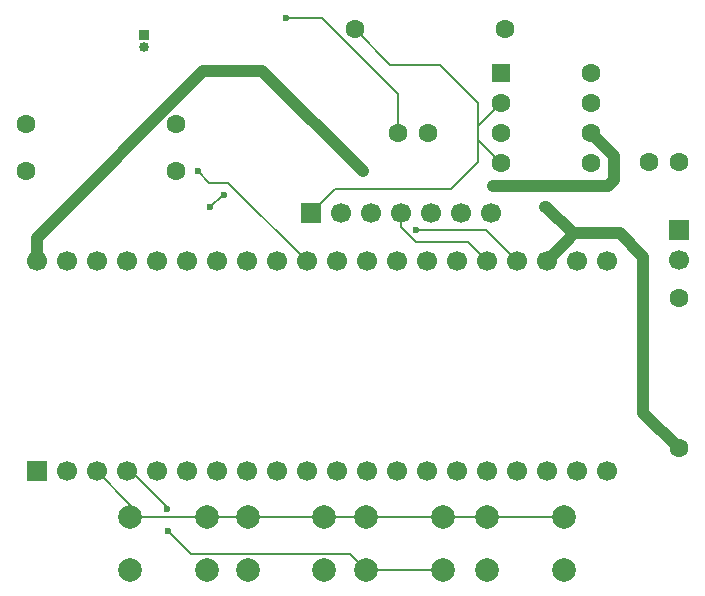
<source format=gbr>
%TF.GenerationSoftware,KiCad,Pcbnew,9.0.3*%
%TF.CreationDate,2025-07-26T00:16:14-07:00*%
%TF.ProjectId,ECE_299_ALARM,4543455f-3239-4395-9f41-4c41524d2e6b,1.0*%
%TF.SameCoordinates,Original*%
%TF.FileFunction,Copper,L2,Bot*%
%TF.FilePolarity,Positive*%
%FSLAX46Y46*%
G04 Gerber Fmt 4.6, Leading zero omitted, Abs format (unit mm)*
G04 Created by KiCad (PCBNEW 9.0.3) date 2025-07-26 00:16:14*
%MOMM*%
%LPD*%
G01*
G04 APERTURE LIST*
G04 Aperture macros list*
%AMRoundRect*
0 Rectangle with rounded corners*
0 $1 Rounding radius*
0 $2 $3 $4 $5 $6 $7 $8 $9 X,Y pos of 4 corners*
0 Add a 4 corners polygon primitive as box body*
4,1,4,$2,$3,$4,$5,$6,$7,$8,$9,$2,$3,0*
0 Add four circle primitives for the rounded corners*
1,1,$1+$1,$2,$3*
1,1,$1+$1,$4,$5*
1,1,$1+$1,$6,$7*
1,1,$1+$1,$8,$9*
0 Add four rect primitives between the rounded corners*
20,1,$1+$1,$2,$3,$4,$5,0*
20,1,$1+$1,$4,$5,$6,$7,0*
20,1,$1+$1,$6,$7,$8,$9,0*
20,1,$1+$1,$8,$9,$2,$3,0*%
G04 Aperture macros list end*
%TA.AperFunction,ComponentPad*%
%ADD10C,1.600000*%
%TD*%
%TA.AperFunction,ComponentPad*%
%ADD11R,1.700000X1.700000*%
%TD*%
%TA.AperFunction,ComponentPad*%
%ADD12C,1.700000*%
%TD*%
%TA.AperFunction,ComponentPad*%
%ADD13C,2.000000*%
%TD*%
%TA.AperFunction,ComponentPad*%
%ADD14R,0.850000X0.850000*%
%TD*%
%TA.AperFunction,ComponentPad*%
%ADD15C,0.850000*%
%TD*%
%TA.AperFunction,ComponentPad*%
%ADD16RoundRect,0.250000X-0.550000X-0.550000X0.550000X-0.550000X0.550000X0.550000X-0.550000X0.550000X0*%
%TD*%
%TA.AperFunction,ViaPad*%
%ADD17C,0.600000*%
%TD*%
%TA.AperFunction,Conductor*%
%ADD18C,0.200000*%
%TD*%
%TA.AperFunction,Conductor*%
%ADD19C,1.000000*%
%TD*%
G04 APERTURE END LIST*
D10*
%TO.P,R2,2*%
%TO.N,GND*%
X143250000Y-106950000D03*
%TO.P,R2,1*%
%TO.N,Net-(LS1-Pad2)*%
X143250000Y-94250000D03*
%TD*%
%TO.P,R3,1*%
%TO.N,+3.3V*%
X88000000Y-83500000D03*
%TO.P,R3,2*%
%TO.N,Net-(U1-SCLK)*%
X100700000Y-83500000D03*
%TD*%
D11*
%TO.P,LS1,1,1*%
%TO.N,Net-(C2-Pad2)*%
X143250000Y-88475000D03*
D12*
%TO.P,LS1,2,2*%
%TO.N,Net-(LS1-Pad2)*%
X143250000Y-91015000D03*
%TD*%
D13*
%TO.P,SW2,1,1*%
%TO.N,GND*%
X106750000Y-112750000D03*
X113250000Y-112750000D03*
%TO.P,SW2,2,2*%
%TO.N,SW2*%
X106750000Y-117250000D03*
X113250000Y-117250000D03*
%TD*%
D10*
%TO.P,C1,1*%
%TO.N,Net-(U1-LOUT)*%
X119500000Y-80250000D03*
%TO.P,C1,2*%
%TO.N,Net-(U3-+)*%
X122000000Y-80250000D03*
%TD*%
D14*
%TO.P,AE1,1*%
%TO.N,Net-(U1-FMIN)*%
X98000000Y-72000000D03*
D15*
%TO.P,AE1,2*%
X98000000Y-73000000D03*
%TD*%
D16*
%TO.P,U3,1,GAIN*%
%TO.N,unconnected-(U3-GAIN-Pad1)*%
X128195000Y-75190000D03*
D10*
%TO.P,U3,2,-*%
%TO.N,GND*%
X128195000Y-77730000D03*
%TO.P,U3,3,+*%
%TO.N,Net-(U3-+)*%
X128195000Y-80270000D03*
%TO.P,U3,4,GND*%
%TO.N,GND*%
X128195000Y-82810000D03*
%TO.P,U3,5*%
%TO.N,Net-(C2-Pad1)*%
X135815000Y-82810000D03*
%TO.P,U3,6,V+*%
%TO.N,+5V*%
X135815000Y-80270000D03*
%TO.P,U3,7,BYPASS*%
%TO.N,unconnected-(U3-BYPASS-Pad7)*%
X135815000Y-77730000D03*
%TO.P,U3,8,GAIN*%
%TO.N,unconnected-(U3-GAIN-Pad8)*%
X135815000Y-75190000D03*
%TD*%
%TO.P,R1,1*%
%TO.N,Net-(U3-+)*%
X128500000Y-71500000D03*
%TO.P,R1,2*%
%TO.N,GND*%
X115800000Y-71500000D03*
%TD*%
D13*
%TO.P,SW3,1,1*%
%TO.N,GND*%
X116750000Y-112750000D03*
X123250000Y-112750000D03*
%TO.P,SW3,2,2*%
%TO.N,SW3*%
X116750000Y-117250000D03*
X123250000Y-117250000D03*
%TD*%
%TO.P,SW1,1,1*%
%TO.N,GND*%
X96807950Y-112772844D03*
X103307950Y-112772844D03*
%TO.P,SW1,2,2*%
%TO.N,SW1*%
X96807950Y-117272844D03*
X103307950Y-117272844D03*
%TD*%
D10*
%TO.P,C2,1*%
%TO.N,Net-(C2-Pad1)*%
X140750000Y-82750000D03*
%TO.P,C2,2*%
%TO.N,Net-(C2-Pad2)*%
X143250000Y-82750000D03*
%TD*%
D11*
%TO.P,U2,1,GP0*%
%TO.N,SW1*%
X88870000Y-108890000D03*
D12*
%TO.P,U2,2,GP1*%
%TO.N,SW2*%
X91410000Y-108890000D03*
%TO.P,U2,3,GND*%
%TO.N,GND*%
X93950000Y-108890000D03*
%TO.P,U2,4,GP2*%
%TO.N,SW3*%
X96490000Y-108890000D03*
%TO.P,U2,5,GP3*%
%TO.N,SW4*%
X99030000Y-108890000D03*
%TO.P,U2,6,GP4*%
%TO.N,unconnected-(U2-GP4-Pad6)*%
X101570000Y-108890000D03*
%TO.P,U2,7,GP5*%
%TO.N,unconnected-(U2-GP5-Pad7)*%
X104110000Y-108890000D03*
%TO.P,U2,8,GND*%
%TO.N,unconnected-(U2-GND-Pad8)*%
X106650000Y-108890000D03*
%TO.P,U2,9,GP6*%
%TO.N,unconnected-(U2-GP6-Pad9)*%
X109190000Y-108890000D03*
%TO.P,U2,10,GP7*%
%TO.N,unconnected-(U2-GP7-Pad10)*%
X111730000Y-108890000D03*
%TO.P,U2,11,GP8*%
%TO.N,unconnected-(U2-GP8-Pad11)*%
X114270000Y-108890000D03*
%TO.P,U2,12,GP9*%
%TO.N,unconnected-(U2-GP9-Pad12)*%
X116810000Y-108890000D03*
%TO.P,U2,13,GND*%
%TO.N,unconnected-(U2-GND-Pad13)*%
X119350000Y-108890000D03*
%TO.P,U2,14,GP10*%
%TO.N,unconnected-(U2-GP10-Pad14)*%
X121890000Y-108890000D03*
%TO.P,U2,15,GP11*%
%TO.N,unconnected-(U2-GP11-Pad15)*%
X124430000Y-108890000D03*
%TO.P,U2,16,GP12*%
%TO.N,unconnected-(U2-GP12-Pad16)*%
X126970000Y-108890000D03*
%TO.P,U2,17,GP13*%
%TO.N,unconnected-(U2-GP13-Pad17)*%
X129510000Y-108890000D03*
%TO.P,U2,18,GND*%
%TO.N,unconnected-(U2-GND-Pad18)*%
X132050000Y-108890000D03*
%TO.P,U2,19,GP14*%
%TO.N,unconnected-(U2-GP14-Pad19)*%
X134590000Y-108890000D03*
%TO.P,U2,20,GP15*%
%TO.N,unconnected-(U2-GP15-Pad20)*%
X137130000Y-108890000D03*
%TO.P,U2,21,GP16*%
%TO.N,unconnected-(U2-GP16-Pad21)*%
X137130000Y-91110000D03*
%TO.P,U2,22,GP17*%
%TO.N,CS*%
X134590000Y-91110000D03*
%TO.P,U2,23,GND*%
%TO.N,GND*%
X132050000Y-91110000D03*
%TO.P,U2,24,GP18*%
%TO.N,SCLK*%
X129510000Y-91110000D03*
%TO.P,U2,25,GP19*%
%TO.N,SDA*%
X126970000Y-91110000D03*
%TO.P,U2,26,GP20*%
%TO.N,DC*%
X124430000Y-91110000D03*
%TO.P,U2,27,GP21*%
%TO.N,RES*%
X121890000Y-91110000D03*
%TO.P,U2,28,GND*%
%TO.N,unconnected-(U2-GND-Pad28)*%
X119350000Y-91110000D03*
%TO.P,U2,29,GP22*%
%TO.N,unconnected-(U2-GP22-Pad29)*%
X116810000Y-91110000D03*
%TO.P,U2,30,RUN*%
%TO.N,unconnected-(U2-RUN-Pad30)*%
X114270000Y-91110000D03*
%TO.P,U2,31,GP26/ADC0*%
%TO.N,Net-(U1-SDIO)*%
X111730000Y-91110000D03*
%TO.P,U2,32,GP27/ADC1*%
%TO.N,Net-(U1-SCLK)*%
X109190000Y-91110000D03*
%TO.P,U2,33,GND*%
%TO.N,unconnected-(U2-GND-Pad33)*%
X106650000Y-91110000D03*
%TO.P,U2,34,GP28/ADC2*%
%TO.N,unconnected-(U2-GP28{slash}ADC2-Pad34)*%
X104110000Y-91110000D03*
%TO.P,U2,35,ADC_VREF*%
%TO.N,unconnected-(U2-ADC_VREF-Pad35)*%
X101570000Y-91110000D03*
%TO.P,U2,36,3V3*%
%TO.N,+3.3V*%
X99030000Y-91110000D03*
%TO.P,U2,37,3V3_EN*%
%TO.N,unconnected-(U2-3V3_EN-Pad37)*%
X96490000Y-91110000D03*
%TO.P,U2,38,GND*%
%TO.N,unconnected-(U2-GND-Pad38)*%
X93950000Y-91110000D03*
%TO.P,U2,39,VSYS*%
%TO.N,unconnected-(U2-VSYS-Pad39)*%
X91410000Y-91110000D03*
%TO.P,U2,40,VBUS*%
%TO.N,+5V*%
X88870000Y-91110000D03*
%TD*%
D10*
%TO.P,R4,1*%
%TO.N,+3.3V*%
X88000000Y-79500000D03*
%TO.P,R4,2*%
%TO.N,Net-(U1-SDIO)*%
X100700000Y-79500000D03*
%TD*%
D11*
%TO.P,DISP1,1,VSS/GND*%
%TO.N,GND*%
X112120000Y-87050000D03*
D12*
%TO.P,DISP1,2,VDD*%
%TO.N,+3.3V*%
X114660000Y-87050000D03*
%TO.P,DISP1,3,SCLK*%
%TO.N,SCLK*%
X117200000Y-87050000D03*
%TO.P,DISP1,4,SDA*%
%TO.N,SDA*%
X119740000Y-87050000D03*
%TO.P,DISP1,5,RES*%
%TO.N,RES*%
X122280000Y-87050000D03*
%TO.P,DISP1,6,DC*%
%TO.N,DC*%
X124820000Y-87050000D03*
%TO.P,DISP1,7,CS*%
%TO.N,CS*%
X127360000Y-87050000D03*
%TD*%
D13*
%TO.P,SW4,1,1*%
%TO.N,GND*%
X127000000Y-112750000D03*
X133500000Y-112750000D03*
%TO.P,SW4,2,2*%
%TO.N,SW4*%
X127000000Y-117250000D03*
X133500000Y-117250000D03*
%TD*%
D17*
%TO.N,GND*%
X131885000Y-86500000D03*
%TO.N,Net-(U1-LOUT)*%
X110000000Y-70500000D03*
%TO.N,SCLK*%
X121000000Y-88500000D03*
%TO.N,+3.3V*%
X104749265Y-85499265D03*
X103570000Y-86570000D03*
%TO.N,Net-(U1-SDIO)*%
X102500000Y-83500000D03*
%TO.N,SW3*%
X100000000Y-114000000D03*
X99923342Y-112076658D03*
%TO.N,+5V*%
X127500000Y-84750000D03*
X116500000Y-83500000D03*
%TD*%
D18*
%TO.N,Net-(U1-LOUT)*%
X119500000Y-80250000D02*
X119500000Y-77000000D01*
%TO.N,GND*%
X126250000Y-80865000D02*
X126250000Y-82750000D01*
X128195000Y-77730000D02*
X126250000Y-79675000D01*
X126250000Y-80865000D02*
X128195000Y-82810000D01*
D19*
%TO.N,+5V*%
X103000000Y-75000000D02*
X88870000Y-89130000D01*
X88870000Y-89130000D02*
X88870000Y-91110000D01*
X108000000Y-75000000D02*
X103000000Y-75000000D01*
X137750000Y-82205000D02*
X137750000Y-84250000D01*
X137750000Y-84250000D02*
X137250000Y-84750000D01*
X137250000Y-84750000D02*
X127500000Y-84750000D01*
X135815000Y-80270000D02*
X137750000Y-82205000D01*
X127514774Y-84764774D02*
X127500000Y-84750000D01*
%TO.N,GND*%
X132000000Y-86500000D02*
X134250000Y-88750000D01*
X131885000Y-86500000D02*
X132000000Y-86500000D01*
X134250000Y-88750000D02*
X134410000Y-88750000D01*
X133660000Y-89500000D02*
X134410000Y-88750000D01*
X134410000Y-88750000D02*
X138250000Y-88750000D01*
X138250000Y-88750000D02*
X140250000Y-90750000D01*
X140250000Y-90750000D02*
X140250000Y-103950000D01*
X140250000Y-103950000D02*
X143250000Y-106950000D01*
X132050000Y-91110000D02*
X133660000Y-89500000D01*
D18*
%TO.N,Net-(U3-+)*%
X127925000Y-80000000D02*
X128195000Y-80270000D01*
%TO.N,Net-(U1-LOUT)*%
X113000000Y-70500000D02*
X119500000Y-77000000D01*
X110000000Y-70500000D02*
X113000000Y-70500000D01*
%TO.N,GND*%
X114170000Y-85000000D02*
X112120000Y-87050000D01*
X106727156Y-112772844D02*
X106750000Y-112750000D01*
X103307950Y-112772844D02*
X106727156Y-112772844D01*
X106750000Y-112750000D02*
X113250000Y-112750000D01*
X96807950Y-112772844D02*
X103307950Y-112772844D01*
X116750000Y-112750000D02*
X123250000Y-112750000D01*
X123250000Y-112750000D02*
X127000000Y-112750000D01*
X127000000Y-112750000D02*
X133500000Y-112750000D01*
X113250000Y-112750000D02*
X116750000Y-112750000D01*
X96807950Y-111747950D02*
X96807950Y-112772844D01*
X93950000Y-108890000D02*
X96807950Y-111747950D01*
%TO.N,SDA*%
X121000000Y-89500000D02*
X125360000Y-89500000D01*
X119740000Y-87050000D02*
X119740000Y-88240000D01*
X119740000Y-88240000D02*
X121000000Y-89500000D01*
X125360000Y-89500000D02*
X126970000Y-91110000D01*
%TO.N,SCLK*%
X126900000Y-88500000D02*
X121000000Y-88500000D01*
X129510000Y-91110000D02*
X126900000Y-88500000D01*
%TO.N,+3.3V*%
X104640735Y-85499265D02*
X103570000Y-86570000D01*
X104749265Y-85499265D02*
X104640735Y-85499265D01*
%TO.N,Net-(U1-SDIO)*%
X105120000Y-84500000D02*
X103500000Y-84500000D01*
X111730000Y-91110000D02*
X105120000Y-84500000D01*
X103500000Y-84500000D02*
X102500000Y-83500000D01*
%TO.N,SW3*%
X116750000Y-117250000D02*
X123250000Y-117250000D01*
X99923342Y-111923342D02*
X99923342Y-112076658D01*
X101949000Y-115949000D02*
X115449000Y-115949000D01*
X96890000Y-108890000D02*
X99923342Y-111923342D01*
X115449000Y-115949000D02*
X116750000Y-117250000D01*
X96490000Y-108890000D02*
X96890000Y-108890000D01*
X100000000Y-114000000D02*
X101949000Y-115949000D01*
%TO.N,GND*%
X118800000Y-74500000D02*
X115800000Y-71500000D01*
X123000000Y-74500000D02*
X118800000Y-74500000D01*
X126250000Y-77750000D02*
X123000000Y-74500000D01*
X126250000Y-80865000D02*
X126250000Y-77750000D01*
X126250000Y-82750000D02*
X124000000Y-85000000D01*
X124000000Y-85000000D02*
X114170000Y-85000000D01*
D19*
%TO.N,+5V*%
X116500000Y-83500000D02*
X108000000Y-75000000D01*
%TD*%
M02*

</source>
